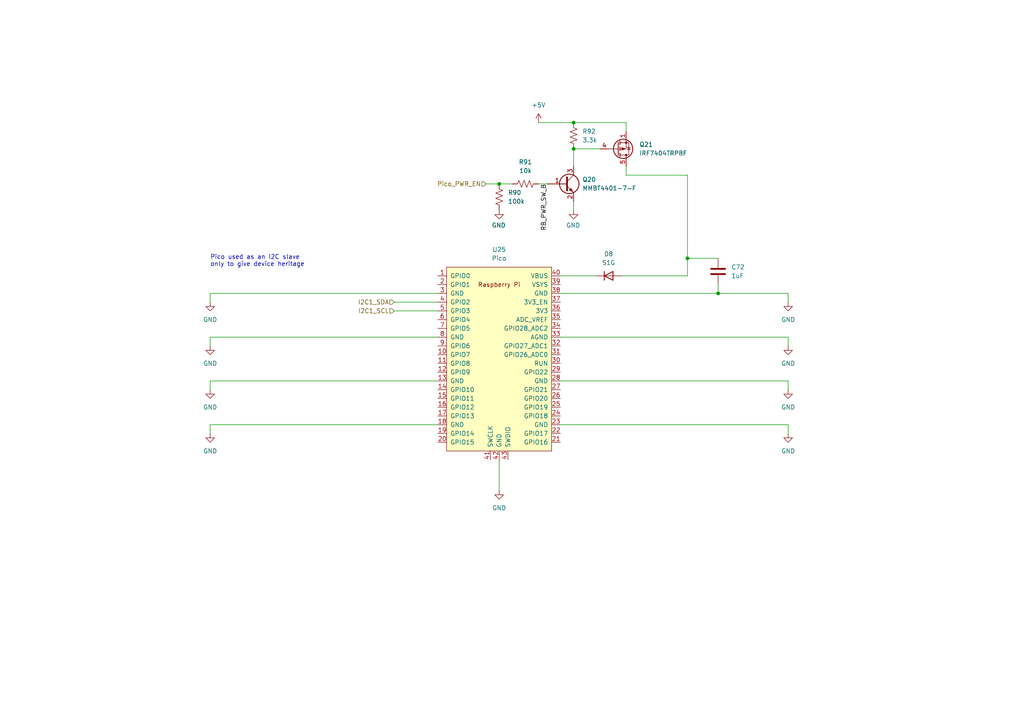
<source format=kicad_sch>
(kicad_sch (version 20230121) (generator eeschema)
  (paper "A4")
  (title_block (company "Sierra Lobo INC"))
  (lib_symbols
    (symbol "Device:C" (pin_numbers hide) (pin_names (offset 0.254))
      (property "Reference" "C" (at 0.635 2.54 0))
      (property "Value" "C" (at 0.635 -2.54 0))
      (symbol "C_0_1"
        (polyline (pts (xy -2.032 -0.762) (xy 2.032 -0.762)) (stroke (width 0.508)))
        (polyline (pts (xy -2.032 0.762) (xy 2.032 0.762)) (stroke (width 0.508)))
      )
      (symbol "C_1_1"
        (pin passive line (at 0 3.81 270) (length 2.794) (name "~") (number "1"))
        (pin passive line (at 0 -3.81 90) (length 2.794) (name "~") (number "2"))
      )
    )
    (symbol "Device:D" (pin_numbers hide) (pin_names (offset 1.016) hide)
      (property "Reference" "D" (at 0 2.54 0))
      (property "Value" "D" (at 0 -2.54 0))
      (symbol "D_0_1"
        (polyline (pts (xy -1.27 1.27) (xy -1.27 -1.27)) (stroke (width 0.254)))
        (polyline (pts (xy 1.27 0) (xy -1.27 0)))
        (polyline (pts (xy 1.27 1.27) (xy 1.27 -1.27) (xy -1.27 0) (xy 1.27 1.27)) (stroke (width 0.254)))
      )
      (symbol "D_1_1"
        (pin passive line (at -3.81 0 0) (length 2.54) (name "K") (number "1"))
        (pin passive line (at 3.81 0 180) (length 2.54) (name "A") (number "2"))
      )
    )
    (symbol "Device:Q_NPN_BEC" (pin_names (offset 0) hide)
      (property "Reference" "Q" (at 5.08 1.27 0))
      (property "Value" "Q_NPN_BEC" (at 5.08 -1.27 0))
      (symbol "Q_NPN_BEC_0_1"
        (polyline (pts (xy 0.635 0.635) (xy 2.54 2.54)))
        (polyline (pts (xy 0.635 -0.635) (xy 2.54 -2.54) (xy 2.54 -2.54)))
        (polyline (pts (xy 0.635 1.905) (xy 0.635 -1.905) (xy 0.635 -1.905)) (stroke (width 0.508)))
        (polyline (pts (xy 1.27 -1.778) (xy 1.778 -1.27) (xy 2.286 -2.286) (xy 1.27 -1.778) (xy 1.27 -1.778)) (fill (type outline)))
        (circle (center 1.27 0) (radius 2.8194) (stroke (width 0.254)))
      )
      (symbol "Q_NPN_BEC_1_1"
        (pin input line (at -5.08 0 0) (length 5.715) (name "B") (number "1"))
        (pin passive line (at 2.54 -5.08 90) (length 2.54) (name "E") (number "2"))
        (pin passive line (at 2.54 5.08 270) (length 2.54) (name "C") (number "3"))
      )
    )
    (symbol "Device:R_US" (pin_numbers hide) (pin_names (offset 0))
      (property "Reference" "R" (at 2.54 0 90))
      (property "Value" "R_US" (at -2.54 0 90))
      (symbol "R_US_0_1"
        (polyline (pts (xy 0 -2.286) (xy 0 -2.54)))
        (polyline (pts (xy 0 2.286) (xy 0 2.54)))
        (polyline (pts (xy 0 -0.762) (xy 1.016 -1.143) (xy 0 -1.524) (xy -1.016 -1.905) (xy 0 -2.286)))
        (polyline (pts (xy 0 0.762) (xy 1.016 0.381) (xy 0 0) (xy -1.016 -0.381) (xy 0 -0.762)))
        (polyline (pts (xy 0 2.286) (xy 1.016 1.905) (xy 0 1.524) (xy -1.016 1.143) (xy 0 0.762)))
      )
      (symbol "R_US_1_1"
        (pin passive line (at 0 3.81 270) (length 1.27) (name "~") (number "1"))
        (pin passive line (at 0 -3.81 90) (length 1.27) (name "~") (number "2"))
      )
    )
    (symbol "RPi_Pico:Pico" (pin_names (offset 1.016))
      (property "Reference" "U" (at -13.97 27.94 0))
      (property "Value" "Pico" (at 0 19.05 0))
      (symbol "Pico_0_0"
        (text "Raspberry Pi" (at 0 21.59 0) (effects (font (size 1.27 1.27))))
      )
      (symbol "Pico_0_1"
        (rectangle (start -15.24 26.67) (end 15.24 -26.67) (fill (type background)))
      )
      (symbol "Pico_1_1"
        (pin bidirectional line (at -17.78 24.13 0) (length 2.54) (name "GPIO0") (number "1"))
        (pin bidirectional line (at -17.78 1.27 0) (length 2.54) (name "GPIO7") (number "10"))
        (pin bidirectional line (at -17.78 -1.27 0) (length 2.54) (name "GPIO8") (number "11"))
        (pin bidirectional line (at -17.78 -3.81 0) (length 2.54) (name "GPIO9") (number "12"))
        (pin power_in line (at -17.78 -6.35 0) (length 2.54) (name "GND") (number "13"))
        (pin bidirectional line (at -17.78 -8.89 0) (length 2.54) (name "GPIO10") (number "14"))
        (pin bidirectional line (at -17.78 -11.43 0) (length 2.54) (name "GPIO11") (number "15"))
        (pin bidirectional line (at -17.78 -13.97 0) (length 2.54) (name "GPIO12") (number "16"))
        (pin bidirectional line (at -17.78 -16.51 0) (length 2.54) (name "GPIO13") (number "17"))
        (pin power_in line (at -17.78 -19.05 0) (length 2.54) (name "GND") (number "18"))
        (pin bidirectional line (at -17.78 -21.59 0) (length 2.54) (name "GPIO14") (number "19"))
        (pin bidirectional line (at -17.78 21.59 0) (length 2.54) (name "GPIO1") (number "2"))
        (pin bidirectional line (at -17.78 -24.13 0) (length 2.54) (name "GPIO15") (number "20"))
        (pin bidirectional line (at 17.78 -24.13 180) (length 2.54) (name "GPIO16") (number "21"))
        (pin bidirectional line (at 17.78 -21.59 180) (length 2.54) (name "GPIO17") (number "22"))
        (pin power_in line (at 17.78 -19.05 180) (length 2.54) (name "GND") (number "23"))
        (pin bidirectional line (at 17.78 -16.51 180) (length 2.54) (name "GPIO18") (number "24"))
        (pin bidirectional line (at 17.78 -13.97 180) (length 2.54) (name "GPIO19") (number "25"))
        (pin bidirectional line (at 17.78 -11.43 180) (length 2.54) (name "GPIO20") (number "26"))
        (pin bidirectional line (at 17.78 -8.89 180) (length 2.54) (name "GPIO21") (number "27"))
        (pin power_in line (at 17.78 -6.35 180) (length 2.54) (name "GND") (number "28"))
        (pin bidirectional line (at 17.78 -3.81 180) (length 2.54) (name "GPIO22") (number "29"))
        (pin power_in line (at -17.78 19.05 0) (length 2.54) (name "GND") (number "3"))
        (pin input line (at 17.78 -1.27 180) (length 2.54) (name "RUN") (number "30"))
        (pin bidirectional line (at 17.78 1.27 180) (length 2.54) (name "GPIO26_ADC0") (number "31"))
        (pin bidirectional line (at 17.78 3.81 180) (length 2.54) (name "GPIO27_ADC1") (number "32"))
        (pin power_in line (at 17.78 6.35 180) (length 2.54) (name "AGND") (number "33"))
        (pin bidirectional line (at 17.78 8.89 180) (length 2.54) (name "GPIO28_ADC2") (number "34"))
        (pin unspecified line (at 17.78 11.43 180) (length 2.54) (name "ADC_VREF") (number "35"))
        (pin unspecified line (at 17.78 13.97 180) (length 2.54) (name "3V3") (number "36"))
        (pin input line (at 17.78 16.51 180) (length 2.54) (name "3V3_EN") (number "37"))
        (pin bidirectional line (at 17.78 19.05 180) (length 2.54) (name "GND") (number "38"))
        (pin unspecified line (at 17.78 21.59 180) (length 2.54) (name "VSYS") (number "39"))
        (pin bidirectional line (at -17.78 16.51 0) (length 2.54) (name "GPIO2") (number "4"))
        (pin unspecified line (at 17.78 24.13 180) (length 2.54) (name "VBUS") (number "40"))
        (pin input line (at -2.54 -29.21 90) (length 2.54) (name "SWCLK") (number "41"))
        (pin power_in line (at 0 -29.21 90) (length 2.54) (name "GND") (number "42"))
        (pin bidirectional line (at 2.54 -29.21 90) (length 2.54) (name "SWDIO") (number "43"))
        (pin bidirectional line (at -17.78 13.97 0) (length 2.54) (name "GPIO3") (number "5"))
        (pin bidirectional line (at -17.78 11.43 0) (length 2.54) (name "GPIO4") (number "6"))
        (pin bidirectional line (at -17.78 8.89 0) (length 2.54) (name "GPIO5") (number "7"))
        (pin power_in line (at -17.78 6.35 0) (length 2.54) (name "GND") (number "8"))
        (pin bidirectional line (at -17.78 3.81 0) (length 2.54) (name "GPIO6") (number "9"))
      )
    )
    (symbol "SLI-Backplane-Blank-Card-KiCad:IRF7404TRPBF" (pin_names (offset 0) hide)
      (property "Reference" "Q" (at 5.08 1.27 0))
      (property "Value" "IRF7404TRPBF" (at 5.08 -1.27 0))
      (symbol "IRF7404TRPBF_0_1"
        (polyline (pts (xy 0.254 0) (xy -2.54 0)))
        (polyline (pts (xy 0.254 1.905) (xy 0.254 -1.905)) (stroke (width 0.254)))
        (polyline (pts (xy 0.762 -1.27) (xy 0.762 -2.286)) (stroke (width 0.254)))
        (polyline (pts (xy 0.762 0.508) (xy 0.762 -0.508)) (stroke (width 0.254)))
        (polyline (pts (xy 0.762 2.286) (xy 0.762 1.27)) (stroke (width 0.254)))
        (polyline (pts (xy 2.54 2.54) (xy 2.54 1.778)))
        (polyline (pts (xy 2.54 -2.54) (xy 2.54 0) (xy 0.762 0)))
        (polyline (pts (xy 0.762 1.778) (xy 3.302 1.778) (xy 3.302 -1.778) (xy 0.762 -1.778)))
        (polyline (pts (xy 2.286 0) (xy 1.27 0.381) (xy 1.27 -0.381) (xy 2.286 0)) (fill (type outline)))
        (polyline (pts (xy 2.794 -0.508) (xy 2.921 -0.381) (xy 3.683 -0.381) (xy 3.81 -0.254)))
        (polyline (pts (xy 3.302 -0.381) (xy 2.921 0.254) (xy 3.683 0.254) (xy 3.302 -0.381)))
        (circle (center 1.651 0) (radius 2.794) (stroke (width 0.254)))
        (circle (center 2.54 -1.778) (radius 0.254) (fill (type outline)))
        (circle (center 2.54 1.778) (radius 0.254) (fill (type outline)))
      )
      (symbol "IRF7404TRPBF_1_1"
        (pin passive line (at 2.54 -5.08 90) (length 2.54) (name "S") (number "1"))
        (pin passive line (at 2.54 -5.08 90) (length 2.54) hide (name "S") (number "2"))
        (pin passive line (at 2.54 -5.08 90) (length 2.54) hide (name "S") (number "3"))
        (pin input line (at -5.08 0 0) (length 2.54) (name "G") (number "4"))
        (pin passive line (at 2.54 5.08 270) (length 2.54) (name "D") (number "5"))
        (pin passive line (at 2.54 5.08 270) (length 2.54) hide (name "D") (number "6"))
        (pin passive line (at 2.54 5.08 270) (length 2.54) hide (name "D") (number "7"))
        (pin passive line (at 2.54 5.08 270) (length 2.54) hide (name "D") (number "8"))
      )
    )
    (symbol "power:+5V" (power) (pin_names (offset 0))
      (property "Value" "+5V" (at 0 3.556 0))
      (symbol "+5V_0_1"
        (polyline (pts (xy -0.762 1.27) (xy 0 2.54)))
        (polyline (pts (xy 0 0) (xy 0 2.54)))
        (polyline (pts (xy 0 2.54) (xy 0.762 1.27)))
      )
      (symbol "+5V_1_1"
        (pin power_in line (at 0 0 90) (length 0) hide (name "+5V") (number "1"))
      )
    )
    (symbol "power:GND" (power) (pin_names (offset 0))
      (property "Value" "GND" (at 0 -3.81 0))
      (symbol "GND_0_1"
        (polyline (pts (xy 0 0) (xy 0 -1.27) (xy 1.27 -1.27) (xy 0 -2.54) (xy -1.27 -1.27) (xy 0 -1.27)))
      )
      (symbol "GND_1_1"
        (pin power_in line (at 0 0 270) (length 0) hide (name "GND") (number "1"))
      )
    )
  )
  (junction (at 144.78 53.34))
  (junction (at 166.37 43.18))
  (junction (at 199.39 74.93))
  (junction (at 208.28 85.09))
  (junction (at 166.37 35.56))
  (wire (pts (xy 60.96 110.49) (xy 60.96 113.03)))
  (wire (pts (xy 228.6 85.09) (xy 228.6 87.63)))
  (wire (pts (xy 60.96 97.79) (xy 60.96 100.33)))
  (wire (pts (xy 166.37 35.56) (xy 181.61 35.56)))
  (wire (pts (xy 114.3 90.17) (xy 127 90.17)))
  (wire (pts (xy 127 123.19) (xy 60.96 123.19)))
  (wire (pts (xy 228.6 123.19) (xy 228.6 125.73)))
  (wire (pts (xy 199.39 74.93) (xy 199.39 80.01)))
  (wire (pts (xy 114.3 87.63) (xy 127 87.63)))
  (wire (pts (xy 144.78 53.34) (xy 148.59 53.34)))
  (wire (pts (xy 162.56 85.09) (xy 208.28 85.09)))
  (wire (pts (xy 181.61 50.8) (xy 199.39 50.8)))
  (wire (pts (xy 156.21 53.34) (xy 158.75 53.34)))
  (wire (pts (xy 127 85.09) (xy 60.96 85.09)))
  (wire (pts (xy 228.6 110.49) (xy 228.6 113.03)))
  (wire (pts (xy 199.39 50.8) (xy 199.39 74.93)))
  (wire (pts (xy 166.37 60.96) (xy 166.37 58.42)))
  (wire (pts (xy 199.39 74.93) (xy 208.28 74.93)))
  (wire (pts (xy 127 97.79) (xy 60.96 97.79)))
  (wire (pts (xy 127 110.49) (xy 60.96 110.49)))
  (wire (pts (xy 60.96 123.19) (xy 60.96 125.73)))
  (wire (pts (xy 162.56 80.01) (xy 172.72 80.01)))
  (wire (pts (xy 181.61 50.8) (xy 181.61 48.26)))
  (wire (pts (xy 162.56 110.49) (xy 228.6 110.49)))
  (wire (pts (xy 162.56 97.79) (xy 228.6 97.79)))
  (wire (pts (xy 60.96 85.09) (xy 60.96 87.63)))
  (wire (pts (xy 181.61 35.56) (xy 181.61 38.1)))
  (wire (pts (xy 140.97 53.34) (xy 144.78 53.34)))
  (wire (pts (xy 162.56 123.19) (xy 228.6 123.19)))
  (wire (pts (xy 144.78 133.35) (xy 144.78 142.24)))
  (wire (pts (xy 180.34 80.01) (xy 199.39 80.01)))
  (wire (pts (xy 228.6 97.79) (xy 228.6 100.33)))
  (wire (pts (xy 166.37 48.26) (xy 166.37 43.18)))
  (wire (pts (xy 208.28 82.55) (xy 208.28 85.09)))
  (wire (pts (xy 166.37 43.18) (xy 173.99 43.18)))
  (wire (pts (xy 208.28 85.09) (xy 228.6 85.09)))
  (wire (pts (xy 156.21 35.56) (xy 166.37 35.56)))
  (text "Pico used as an I2C slave\nonly to give device heritage" (at 60.96 77.47 0) (effects (font (size 1.27 1.27)) (justify left bottom)))
  (label "RB_PWR_SW_B" (at 158.75 53.34 270))
  (hierarchical_label "Pico_PWR_EN" (shape input) (at 140.97 53.34 180))
  (hierarchical_label "I2C1_SCL" (shape input) (at 114.3 90.17 180))
  (hierarchical_label "I2C1_SDA" (shape input) (at 114.3 87.63 180))
  (symbol (lib_id "power:GND") (at 228.6 100.33 0) (unit 1)
    (property "Reference" "#PWR0120" (effects hide))
    (property "Value" "GND" (at 228.6 105.41 0))
  )
  (symbol (lib_id "power:GND") (at 228.6 87.63 0) (unit 1)
    (property "Reference" "#PWR0109" (effects hide))
    (property "Value" "GND" (at 228.6 92.71 0))
  )
  (symbol (lib_id "power:GND") (at 228.6 125.73 0) (unit 1)
    (property "Reference" "#PWR0118" (effects hide))
    (property "Value" "GND" (at 228.6 130.81 0))
  )
  (symbol (lib_id "power:GND") (at 60.96 113.03 0) (mirror y) (unit 1)
    (property "Reference" "#PWR0126" (effects hide))
    (property "Value" "GND" (at 60.96 118.11 0))
  )
  (symbol (lib_id "Device:R_US") (at 166.37 39.37 0) (unit 1)
    (property "Reference" "R92" (at 168.91 38.0999 0) (effects (justify left)))
    (property "Value" "3.3k" (at 168.91 40.6399 0) (effects (justify left)))
    (property "Footprint" "Resistor_SMD:R_0603_1608Metric" (effects hide))
  )
  (symbol (lib_id "Device:D") (at 176.53 80.01 0) (unit 1)
    (property "Reference" "D8" (at 176.53 73.66 0))
    (property "Value" "S1G" (at 176.53 76.2 0))
    (property "Footprint" "Diode_SMD:D_SMA" (effects hide))
  )
  (symbol (lib_id "power:GND") (at 228.6 113.03 0) (unit 1)
    (property "Reference" "#PWR0115" (effects hide))
    (property "Value" "GND" (at 228.6 118.11 0))
  )
  (symbol (lib_id "power:GND") (at 166.37 60.96 0) (mirror y) (unit 1)
    (property "Reference" "#PWR0114" (effects hide))
    (property "Value" "GND" (at 166.243 65.3542 0))
  )
  (symbol (lib_id "power:GND") (at 60.96 100.33 0) (mirror y) (unit 1)
    (property "Reference" "#PWR0125" (effects hide))
    (property "Value" "GND" (at 60.96 105.41 0))
  )
  (symbol (lib_id "power:GND") (at 60.96 87.63 0) (mirror y) (unit 1)
    (property "Reference" "#PWR0129" (effects hide))
    (property "Value" "GND" (at 60.96 92.71 0))
  )
  (symbol (lib_id "Device:Q_NPN_BEC") (at 163.83 53.34 0) (unit 1)
    (property "Reference" "Q20" (at 168.91 52.0699 0) (effects (justify left)))
    (property "Value" "MMBT4401-7-F" (at 168.91 54.6099 0) (effects (justify left)))
    (property "Footprint" "Package_TO_SOT_SMD:SOT-23" (effects hide))
  )
  (symbol (lib_id "Device:C") (at 208.28 78.74 0) (unit 1)
    (property "Reference" "C72" (at 212.09 77.4699 0) (effects (justify left)))
    (property "Value" "1uF" (at 212.09 80.0099 0) (effects (justify left)))
    (property "Footprint" "Capacitor_SMD:C_0603_1608Metric" (effects hide))
  )
  (symbol (lib_id "power:+5V") (at 156.21 35.56 0) (unit 1)
    (property "Reference" "#PWR0108" (effects hide))
    (property "Value" "+5V" (at 156.21 30.48 0))
  )
  (symbol (lib_id "power:GND") (at 144.78 142.24 0) (unit 1)
    (property "Reference" "#PWR0123" (effects hide))
    (property "Value" "GND" (at 144.78 147.32 0))
  )
  (symbol (lib_id "Device:R_US") (at 144.78 57.15 0) (unit 1)
    (property "Reference" "R90" (at 147.32 55.8799 0) (effects (justify left)))
    (property "Value" "100k" (at 147.32 58.4199 0) (effects (justify left)))
    (property "Footprint" "Resistor_SMD:R_0603_1608Metric" (effects hide))
  )
  (symbol (lib_id "RPi_Pico:Pico") (at 144.78 104.14 0) (unit 1)
    (property "Reference" "U25" (at 144.78 72.39 0))
    (property "Value" "Pico" (at 144.78 74.93 0))
    (property "Footprint" "RPi_Pico:RPi_Pico_SMD_TH" (effects hide))
  )
  (symbol (lib_id "power:GND") (at 144.78 60.96 0) (mirror y) (unit 1)
    (property "Reference" "#PWR0128" (effects hide))
    (property "Value" "GND" (at 144.653 65.3542 0))
  )
  (symbol (lib_id "SLI-Backplane-Blank-Card-KiCad:IRF7404TRPBF") (at 179.07 43.18 0) (mirror x) (unit 1)
    (property "Reference" "Q21" (at 185.42 41.9099 0) (effects (justify left)))
    (property "Value" "IRF7404TRPBF" (at 185.42 44.4499 0) (effects (justify left)))
    (property "Footprint" "Package_SO:SO-8_3.9x4.9mm_P1.27mm" (effects hide))
  )
  (symbol (lib_id "power:GND") (at 60.96 125.73 0) (mirror y) (unit 1)
    (property "Reference" "#PWR0127" (effects hide))
    (property "Value" "GND" (at 60.96 130.81 0))
  )
  (symbol (lib_id "Device:R_US") (at 152.4 53.34 90) (unit 1)
    (property "Reference" "R91" (at 152.4 46.99 90))
    (property "Value" "10k" (at 152.4 49.53 90))
    (property "Footprint" "Resistor_SMD:R_0603_1608Metric" (effects hide))
  )
)
</source>
